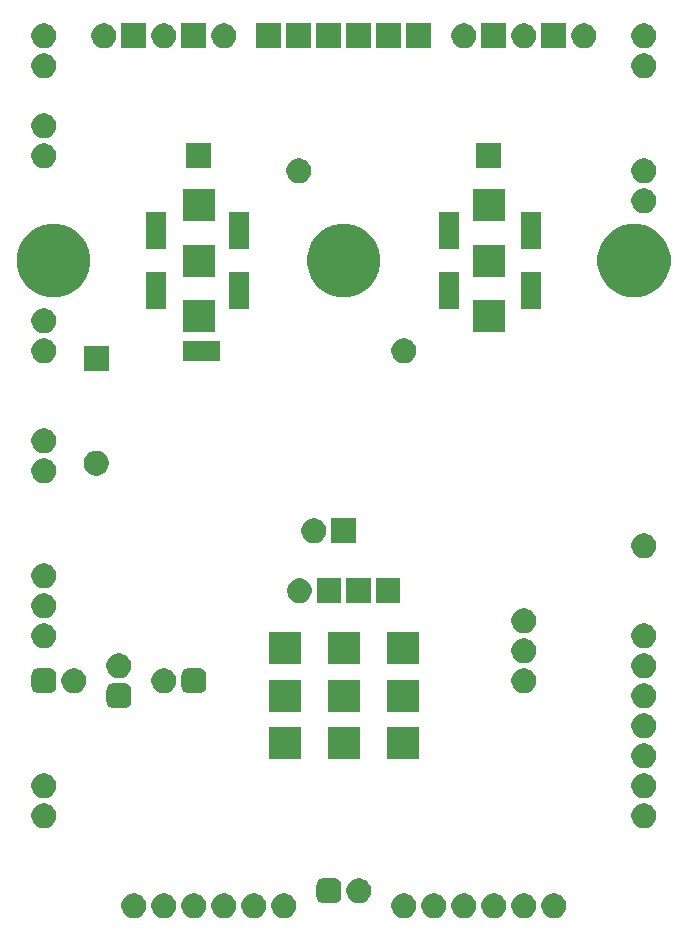
<source format=gbr>
G04 #@! TF.GenerationSoftware,KiCad,Pcbnew,5.1.6-c6e7f7d~87~ubuntu19.10.1*
G04 #@! TF.CreationDate,2023-03-21T23:34:36+06:00*
G04 #@! TF.ProjectId,little_angel_chorus_r2a,6c697474-6c65-45f6-916e-67656c5f6368,2A*
G04 #@! TF.SameCoordinates,Original*
G04 #@! TF.FileFunction,Soldermask,Bot*
G04 #@! TF.FilePolarity,Negative*
%FSLAX46Y46*%
G04 Gerber Fmt 4.6, Leading zero omitted, Abs format (unit mm)*
G04 Created by KiCad (PCBNEW 5.1.6-c6e7f7d~87~ubuntu19.10.1) date 2023-03-21 23:34:36*
%MOMM*%
%LPD*%
G01*
G04 APERTURE LIST*
%ADD10C,0.100000*%
G04 APERTURE END LIST*
D10*
G36*
X123496274Y-200920350D02*
G01*
X123687362Y-200999502D01*
X123859336Y-201114411D01*
X124005589Y-201260664D01*
X124120498Y-201432638D01*
X124199650Y-201623726D01*
X124240000Y-201826584D01*
X124240000Y-202033416D01*
X124199650Y-202236274D01*
X124120498Y-202427362D01*
X124005589Y-202599336D01*
X123859336Y-202745589D01*
X123687362Y-202860498D01*
X123496274Y-202939650D01*
X123293416Y-202980000D01*
X123086584Y-202980000D01*
X122883726Y-202939650D01*
X122692638Y-202860498D01*
X122520664Y-202745589D01*
X122374411Y-202599336D01*
X122259502Y-202427362D01*
X122180350Y-202236274D01*
X122140000Y-202033416D01*
X122140000Y-201826584D01*
X122180350Y-201623726D01*
X122259502Y-201432638D01*
X122374411Y-201260664D01*
X122520664Y-201114411D01*
X122692638Y-200999502D01*
X122883726Y-200920350D01*
X123086584Y-200880000D01*
X123293416Y-200880000D01*
X123496274Y-200920350D01*
G37*
G36*
X120956274Y-200920350D02*
G01*
X121147362Y-200999502D01*
X121319336Y-201114411D01*
X121465589Y-201260664D01*
X121580498Y-201432638D01*
X121659650Y-201623726D01*
X121700000Y-201826584D01*
X121700000Y-202033416D01*
X121659650Y-202236274D01*
X121580498Y-202427362D01*
X121465589Y-202599336D01*
X121319336Y-202745589D01*
X121147362Y-202860498D01*
X120956274Y-202939650D01*
X120753416Y-202980000D01*
X120546584Y-202980000D01*
X120343726Y-202939650D01*
X120152638Y-202860498D01*
X119980664Y-202745589D01*
X119834411Y-202599336D01*
X119719502Y-202427362D01*
X119640350Y-202236274D01*
X119600000Y-202033416D01*
X119600000Y-201826584D01*
X119640350Y-201623726D01*
X119719502Y-201432638D01*
X119834411Y-201260664D01*
X119980664Y-201114411D01*
X120152638Y-200999502D01*
X120343726Y-200920350D01*
X120546584Y-200880000D01*
X120753416Y-200880000D01*
X120956274Y-200920350D01*
G37*
G36*
X93016274Y-200920350D02*
G01*
X93207362Y-200999502D01*
X93379336Y-201114411D01*
X93525589Y-201260664D01*
X93640498Y-201432638D01*
X93719650Y-201623726D01*
X93760000Y-201826584D01*
X93760000Y-202033416D01*
X93719650Y-202236274D01*
X93640498Y-202427362D01*
X93525589Y-202599336D01*
X93379336Y-202745589D01*
X93207362Y-202860498D01*
X93016274Y-202939650D01*
X92813416Y-202980000D01*
X92606584Y-202980000D01*
X92403726Y-202939650D01*
X92212638Y-202860498D01*
X92040664Y-202745589D01*
X91894411Y-202599336D01*
X91779502Y-202427362D01*
X91700350Y-202236274D01*
X91660000Y-202033416D01*
X91660000Y-201826584D01*
X91700350Y-201623726D01*
X91779502Y-201432638D01*
X91894411Y-201260664D01*
X92040664Y-201114411D01*
X92212638Y-200999502D01*
X92403726Y-200920350D01*
X92606584Y-200880000D01*
X92813416Y-200880000D01*
X93016274Y-200920350D01*
G37*
G36*
X90476274Y-200920350D02*
G01*
X90667362Y-200999502D01*
X90839336Y-201114411D01*
X90985589Y-201260664D01*
X91100498Y-201432638D01*
X91179650Y-201623726D01*
X91220000Y-201826584D01*
X91220000Y-202033416D01*
X91179650Y-202236274D01*
X91100498Y-202427362D01*
X90985589Y-202599336D01*
X90839336Y-202745589D01*
X90667362Y-202860498D01*
X90476274Y-202939650D01*
X90273416Y-202980000D01*
X90066584Y-202980000D01*
X89863726Y-202939650D01*
X89672638Y-202860498D01*
X89500664Y-202745589D01*
X89354411Y-202599336D01*
X89239502Y-202427362D01*
X89160350Y-202236274D01*
X89120000Y-202033416D01*
X89120000Y-201826584D01*
X89160350Y-201623726D01*
X89239502Y-201432638D01*
X89354411Y-201260664D01*
X89500664Y-201114411D01*
X89672638Y-200999502D01*
X89863726Y-200920350D01*
X90066584Y-200880000D01*
X90273416Y-200880000D01*
X90476274Y-200920350D01*
G37*
G36*
X87936274Y-200920350D02*
G01*
X88127362Y-200999502D01*
X88299336Y-201114411D01*
X88445589Y-201260664D01*
X88560498Y-201432638D01*
X88639650Y-201623726D01*
X88680000Y-201826584D01*
X88680000Y-202033416D01*
X88639650Y-202236274D01*
X88560498Y-202427362D01*
X88445589Y-202599336D01*
X88299336Y-202745589D01*
X88127362Y-202860498D01*
X87936274Y-202939650D01*
X87733416Y-202980000D01*
X87526584Y-202980000D01*
X87323726Y-202939650D01*
X87132638Y-202860498D01*
X86960664Y-202745589D01*
X86814411Y-202599336D01*
X86699502Y-202427362D01*
X86620350Y-202236274D01*
X86580000Y-202033416D01*
X86580000Y-201826584D01*
X86620350Y-201623726D01*
X86699502Y-201432638D01*
X86814411Y-201260664D01*
X86960664Y-201114411D01*
X87132638Y-200999502D01*
X87323726Y-200920350D01*
X87526584Y-200880000D01*
X87733416Y-200880000D01*
X87936274Y-200920350D01*
G37*
G36*
X100636274Y-200920350D02*
G01*
X100827362Y-200999502D01*
X100999336Y-201114411D01*
X101145589Y-201260664D01*
X101260498Y-201432638D01*
X101339650Y-201623726D01*
X101380000Y-201826584D01*
X101380000Y-202033416D01*
X101339650Y-202236274D01*
X101260498Y-202427362D01*
X101145589Y-202599336D01*
X100999336Y-202745589D01*
X100827362Y-202860498D01*
X100636274Y-202939650D01*
X100433416Y-202980000D01*
X100226584Y-202980000D01*
X100023726Y-202939650D01*
X99832638Y-202860498D01*
X99660664Y-202745589D01*
X99514411Y-202599336D01*
X99399502Y-202427362D01*
X99320350Y-202236274D01*
X99280000Y-202033416D01*
X99280000Y-201826584D01*
X99320350Y-201623726D01*
X99399502Y-201432638D01*
X99514411Y-201260664D01*
X99660664Y-201114411D01*
X99832638Y-200999502D01*
X100023726Y-200920350D01*
X100226584Y-200880000D01*
X100433416Y-200880000D01*
X100636274Y-200920350D01*
G37*
G36*
X98096274Y-200920350D02*
G01*
X98287362Y-200999502D01*
X98459336Y-201114411D01*
X98605589Y-201260664D01*
X98720498Y-201432638D01*
X98799650Y-201623726D01*
X98840000Y-201826584D01*
X98840000Y-202033416D01*
X98799650Y-202236274D01*
X98720498Y-202427362D01*
X98605589Y-202599336D01*
X98459336Y-202745589D01*
X98287362Y-202860498D01*
X98096274Y-202939650D01*
X97893416Y-202980000D01*
X97686584Y-202980000D01*
X97483726Y-202939650D01*
X97292638Y-202860498D01*
X97120664Y-202745589D01*
X96974411Y-202599336D01*
X96859502Y-202427362D01*
X96780350Y-202236274D01*
X96740000Y-202033416D01*
X96740000Y-201826584D01*
X96780350Y-201623726D01*
X96859502Y-201432638D01*
X96974411Y-201260664D01*
X97120664Y-201114411D01*
X97292638Y-200999502D01*
X97483726Y-200920350D01*
X97686584Y-200880000D01*
X97893416Y-200880000D01*
X98096274Y-200920350D01*
G37*
G36*
X110796274Y-200920350D02*
G01*
X110987362Y-200999502D01*
X111159336Y-201114411D01*
X111305589Y-201260664D01*
X111420498Y-201432638D01*
X111499650Y-201623726D01*
X111540000Y-201826584D01*
X111540000Y-202033416D01*
X111499650Y-202236274D01*
X111420498Y-202427362D01*
X111305589Y-202599336D01*
X111159336Y-202745589D01*
X110987362Y-202860498D01*
X110796274Y-202939650D01*
X110593416Y-202980000D01*
X110386584Y-202980000D01*
X110183726Y-202939650D01*
X109992638Y-202860498D01*
X109820664Y-202745589D01*
X109674411Y-202599336D01*
X109559502Y-202427362D01*
X109480350Y-202236274D01*
X109440000Y-202033416D01*
X109440000Y-201826584D01*
X109480350Y-201623726D01*
X109559502Y-201432638D01*
X109674411Y-201260664D01*
X109820664Y-201114411D01*
X109992638Y-200999502D01*
X110183726Y-200920350D01*
X110386584Y-200880000D01*
X110593416Y-200880000D01*
X110796274Y-200920350D01*
G37*
G36*
X113336274Y-200920350D02*
G01*
X113527362Y-200999502D01*
X113699336Y-201114411D01*
X113845589Y-201260664D01*
X113960498Y-201432638D01*
X114039650Y-201623726D01*
X114080000Y-201826584D01*
X114080000Y-202033416D01*
X114039650Y-202236274D01*
X113960498Y-202427362D01*
X113845589Y-202599336D01*
X113699336Y-202745589D01*
X113527362Y-202860498D01*
X113336274Y-202939650D01*
X113133416Y-202980000D01*
X112926584Y-202980000D01*
X112723726Y-202939650D01*
X112532638Y-202860498D01*
X112360664Y-202745589D01*
X112214411Y-202599336D01*
X112099502Y-202427362D01*
X112020350Y-202236274D01*
X111980000Y-202033416D01*
X111980000Y-201826584D01*
X112020350Y-201623726D01*
X112099502Y-201432638D01*
X112214411Y-201260664D01*
X112360664Y-201114411D01*
X112532638Y-200999502D01*
X112723726Y-200920350D01*
X112926584Y-200880000D01*
X113133416Y-200880000D01*
X113336274Y-200920350D01*
G37*
G36*
X115876274Y-200920350D02*
G01*
X116067362Y-200999502D01*
X116239336Y-201114411D01*
X116385589Y-201260664D01*
X116500498Y-201432638D01*
X116579650Y-201623726D01*
X116620000Y-201826584D01*
X116620000Y-202033416D01*
X116579650Y-202236274D01*
X116500498Y-202427362D01*
X116385589Y-202599336D01*
X116239336Y-202745589D01*
X116067362Y-202860498D01*
X115876274Y-202939650D01*
X115673416Y-202980000D01*
X115466584Y-202980000D01*
X115263726Y-202939650D01*
X115072638Y-202860498D01*
X114900664Y-202745589D01*
X114754411Y-202599336D01*
X114639502Y-202427362D01*
X114560350Y-202236274D01*
X114520000Y-202033416D01*
X114520000Y-201826584D01*
X114560350Y-201623726D01*
X114639502Y-201432638D01*
X114754411Y-201260664D01*
X114900664Y-201114411D01*
X115072638Y-200999502D01*
X115263726Y-200920350D01*
X115466584Y-200880000D01*
X115673416Y-200880000D01*
X115876274Y-200920350D01*
G37*
G36*
X118416274Y-200920350D02*
G01*
X118607362Y-200999502D01*
X118779336Y-201114411D01*
X118925589Y-201260664D01*
X119040498Y-201432638D01*
X119119650Y-201623726D01*
X119160000Y-201826584D01*
X119160000Y-202033416D01*
X119119650Y-202236274D01*
X119040498Y-202427362D01*
X118925589Y-202599336D01*
X118779336Y-202745589D01*
X118607362Y-202860498D01*
X118416274Y-202939650D01*
X118213416Y-202980000D01*
X118006584Y-202980000D01*
X117803726Y-202939650D01*
X117612638Y-202860498D01*
X117440664Y-202745589D01*
X117294411Y-202599336D01*
X117179502Y-202427362D01*
X117100350Y-202236274D01*
X117060000Y-202033416D01*
X117060000Y-201826584D01*
X117100350Y-201623726D01*
X117179502Y-201432638D01*
X117294411Y-201260664D01*
X117440664Y-201114411D01*
X117612638Y-200999502D01*
X117803726Y-200920350D01*
X118006584Y-200880000D01*
X118213416Y-200880000D01*
X118416274Y-200920350D01*
G37*
G36*
X95556274Y-200920350D02*
G01*
X95747362Y-200999502D01*
X95919336Y-201114411D01*
X96065589Y-201260664D01*
X96180498Y-201432638D01*
X96259650Y-201623726D01*
X96300000Y-201826584D01*
X96300000Y-202033416D01*
X96259650Y-202236274D01*
X96180498Y-202427362D01*
X96065589Y-202599336D01*
X95919336Y-202745589D01*
X95747362Y-202860498D01*
X95556274Y-202939650D01*
X95353416Y-202980000D01*
X95146584Y-202980000D01*
X94943726Y-202939650D01*
X94752638Y-202860498D01*
X94580664Y-202745589D01*
X94434411Y-202599336D01*
X94319502Y-202427362D01*
X94240350Y-202236274D01*
X94200000Y-202033416D01*
X94200000Y-201826584D01*
X94240350Y-201623726D01*
X94319502Y-201432638D01*
X94434411Y-201260664D01*
X94580664Y-201114411D01*
X94752638Y-200999502D01*
X94943726Y-200920350D01*
X95146584Y-200880000D01*
X95353416Y-200880000D01*
X95556274Y-200920350D01*
G37*
G36*
X104715007Y-199621811D02*
G01*
X104825599Y-199655358D01*
X104927517Y-199709834D01*
X105016851Y-199783149D01*
X105090166Y-199872483D01*
X105144642Y-199974401D01*
X105178189Y-200084993D01*
X105190000Y-200204908D01*
X105190000Y-201115092D01*
X105178189Y-201235007D01*
X105144642Y-201345599D01*
X105090166Y-201447517D01*
X105016851Y-201536851D01*
X104927517Y-201610166D01*
X104825599Y-201664642D01*
X104715007Y-201698189D01*
X104595092Y-201710000D01*
X103684908Y-201710000D01*
X103564993Y-201698189D01*
X103454401Y-201664642D01*
X103352483Y-201610166D01*
X103263149Y-201536851D01*
X103189834Y-201447517D01*
X103135358Y-201345599D01*
X103101811Y-201235007D01*
X103090000Y-201115092D01*
X103090000Y-200204908D01*
X103101811Y-200084993D01*
X103135358Y-199974401D01*
X103189834Y-199872483D01*
X103263149Y-199783149D01*
X103352483Y-199709834D01*
X103454401Y-199655358D01*
X103564993Y-199621811D01*
X103684908Y-199610000D01*
X104595092Y-199610000D01*
X104715007Y-199621811D01*
G37*
G36*
X106986274Y-199650350D02*
G01*
X107177362Y-199729502D01*
X107349336Y-199844411D01*
X107495589Y-199990664D01*
X107610498Y-200162638D01*
X107689650Y-200353726D01*
X107730000Y-200556584D01*
X107730000Y-200763416D01*
X107689650Y-200966274D01*
X107610498Y-201157362D01*
X107495589Y-201329336D01*
X107349336Y-201475589D01*
X107177362Y-201590498D01*
X106986274Y-201669650D01*
X106783416Y-201710000D01*
X106576584Y-201710000D01*
X106373726Y-201669650D01*
X106182638Y-201590498D01*
X106010664Y-201475589D01*
X105864411Y-201329336D01*
X105749502Y-201157362D01*
X105670350Y-200966274D01*
X105630000Y-200763416D01*
X105630000Y-200556584D01*
X105670350Y-200353726D01*
X105749502Y-200162638D01*
X105864411Y-199990664D01*
X106010664Y-199844411D01*
X106182638Y-199729502D01*
X106373726Y-199650350D01*
X106576584Y-199610000D01*
X106783416Y-199610000D01*
X106986274Y-199650350D01*
G37*
G36*
X80316274Y-193300350D02*
G01*
X80507362Y-193379502D01*
X80679336Y-193494411D01*
X80825589Y-193640664D01*
X80940498Y-193812638D01*
X81019650Y-194003726D01*
X81060000Y-194206584D01*
X81060000Y-194413416D01*
X81019650Y-194616274D01*
X80940498Y-194807362D01*
X80825589Y-194979336D01*
X80679336Y-195125589D01*
X80507362Y-195240498D01*
X80316274Y-195319650D01*
X80113416Y-195360000D01*
X79906584Y-195360000D01*
X79703726Y-195319650D01*
X79512638Y-195240498D01*
X79340664Y-195125589D01*
X79194411Y-194979336D01*
X79079502Y-194807362D01*
X79000350Y-194616274D01*
X78960000Y-194413416D01*
X78960000Y-194206584D01*
X79000350Y-194003726D01*
X79079502Y-193812638D01*
X79194411Y-193640664D01*
X79340664Y-193494411D01*
X79512638Y-193379502D01*
X79703726Y-193300350D01*
X79906584Y-193260000D01*
X80113416Y-193260000D01*
X80316274Y-193300350D01*
G37*
G36*
X131116274Y-193300350D02*
G01*
X131307362Y-193379502D01*
X131479336Y-193494411D01*
X131625589Y-193640664D01*
X131740498Y-193812638D01*
X131819650Y-194003726D01*
X131860000Y-194206584D01*
X131860000Y-194413416D01*
X131819650Y-194616274D01*
X131740498Y-194807362D01*
X131625589Y-194979336D01*
X131479336Y-195125589D01*
X131307362Y-195240498D01*
X131116274Y-195319650D01*
X130913416Y-195360000D01*
X130706584Y-195360000D01*
X130503726Y-195319650D01*
X130312638Y-195240498D01*
X130140664Y-195125589D01*
X129994411Y-194979336D01*
X129879502Y-194807362D01*
X129800350Y-194616274D01*
X129760000Y-194413416D01*
X129760000Y-194206584D01*
X129800350Y-194003726D01*
X129879502Y-193812638D01*
X129994411Y-193640664D01*
X130140664Y-193494411D01*
X130312638Y-193379502D01*
X130503726Y-193300350D01*
X130706584Y-193260000D01*
X130913416Y-193260000D01*
X131116274Y-193300350D01*
G37*
G36*
X131116274Y-190760350D02*
G01*
X131307362Y-190839502D01*
X131479336Y-190954411D01*
X131625589Y-191100664D01*
X131740498Y-191272638D01*
X131819650Y-191463726D01*
X131860000Y-191666584D01*
X131860000Y-191873416D01*
X131819650Y-192076274D01*
X131740498Y-192267362D01*
X131625589Y-192439336D01*
X131479336Y-192585589D01*
X131307362Y-192700498D01*
X131116274Y-192779650D01*
X130913416Y-192820000D01*
X130706584Y-192820000D01*
X130503726Y-192779650D01*
X130312638Y-192700498D01*
X130140664Y-192585589D01*
X129994411Y-192439336D01*
X129879502Y-192267362D01*
X129800350Y-192076274D01*
X129760000Y-191873416D01*
X129760000Y-191666584D01*
X129800350Y-191463726D01*
X129879502Y-191272638D01*
X129994411Y-191100664D01*
X130140664Y-190954411D01*
X130312638Y-190839502D01*
X130503726Y-190760350D01*
X130706584Y-190720000D01*
X130913416Y-190720000D01*
X131116274Y-190760350D01*
G37*
G36*
X80316274Y-190760350D02*
G01*
X80507362Y-190839502D01*
X80679336Y-190954411D01*
X80825589Y-191100664D01*
X80940498Y-191272638D01*
X81019650Y-191463726D01*
X81060000Y-191666584D01*
X81060000Y-191873416D01*
X81019650Y-192076274D01*
X80940498Y-192267362D01*
X80825589Y-192439336D01*
X80679336Y-192585589D01*
X80507362Y-192700498D01*
X80316274Y-192779650D01*
X80113416Y-192820000D01*
X79906584Y-192820000D01*
X79703726Y-192779650D01*
X79512638Y-192700498D01*
X79340664Y-192585589D01*
X79194411Y-192439336D01*
X79079502Y-192267362D01*
X79000350Y-192076274D01*
X78960000Y-191873416D01*
X78960000Y-191666584D01*
X79000350Y-191463726D01*
X79079502Y-191272638D01*
X79194411Y-191100664D01*
X79340664Y-190954411D01*
X79512638Y-190839502D01*
X79703726Y-190760350D01*
X79906584Y-190720000D01*
X80113416Y-190720000D01*
X80316274Y-190760350D01*
G37*
G36*
X131116274Y-188220350D02*
G01*
X131307362Y-188299502D01*
X131479336Y-188414411D01*
X131625589Y-188560664D01*
X131740498Y-188732638D01*
X131819650Y-188923726D01*
X131860000Y-189126584D01*
X131860000Y-189333416D01*
X131819650Y-189536274D01*
X131740498Y-189727362D01*
X131625589Y-189899336D01*
X131479336Y-190045589D01*
X131307362Y-190160498D01*
X131116274Y-190239650D01*
X130913416Y-190280000D01*
X130706584Y-190280000D01*
X130503726Y-190239650D01*
X130312638Y-190160498D01*
X130140664Y-190045589D01*
X129994411Y-189899336D01*
X129879502Y-189727362D01*
X129800350Y-189536274D01*
X129760000Y-189333416D01*
X129760000Y-189126584D01*
X129800350Y-188923726D01*
X129879502Y-188732638D01*
X129994411Y-188560664D01*
X130140664Y-188414411D01*
X130312638Y-188299502D01*
X130503726Y-188220350D01*
X130706584Y-188180000D01*
X130913416Y-188180000D01*
X131116274Y-188220350D01*
G37*
G36*
X101760000Y-189500000D02*
G01*
X99060000Y-189500000D01*
X99060000Y-186800000D01*
X101760000Y-186800000D01*
X101760000Y-189500000D01*
G37*
G36*
X106760000Y-189500000D02*
G01*
X104060000Y-189500000D01*
X104060000Y-186800000D01*
X106760000Y-186800000D01*
X106760000Y-189500000D01*
G37*
G36*
X111760000Y-189500000D02*
G01*
X109060000Y-189500000D01*
X109060000Y-186800000D01*
X111760000Y-186800000D01*
X111760000Y-189500000D01*
G37*
G36*
X131116274Y-185680350D02*
G01*
X131307362Y-185759502D01*
X131479336Y-185874411D01*
X131625589Y-186020664D01*
X131740498Y-186192638D01*
X131819650Y-186383726D01*
X131860000Y-186586584D01*
X131860000Y-186793416D01*
X131819650Y-186996274D01*
X131740498Y-187187362D01*
X131625589Y-187359336D01*
X131479336Y-187505589D01*
X131307362Y-187620498D01*
X131116274Y-187699650D01*
X130913416Y-187740000D01*
X130706584Y-187740000D01*
X130503726Y-187699650D01*
X130312638Y-187620498D01*
X130140664Y-187505589D01*
X129994411Y-187359336D01*
X129879502Y-187187362D01*
X129800350Y-186996274D01*
X129760000Y-186793416D01*
X129760000Y-186586584D01*
X129800350Y-186383726D01*
X129879502Y-186192638D01*
X129994411Y-186020664D01*
X130140664Y-185874411D01*
X130312638Y-185759502D01*
X130503726Y-185680350D01*
X130706584Y-185640000D01*
X130913416Y-185640000D01*
X131116274Y-185680350D01*
G37*
G36*
X106760000Y-185500000D02*
G01*
X104060000Y-185500000D01*
X104060000Y-182800000D01*
X106760000Y-182800000D01*
X106760000Y-185500000D01*
G37*
G36*
X101760000Y-185500000D02*
G01*
X99060000Y-185500000D01*
X99060000Y-182800000D01*
X101760000Y-182800000D01*
X101760000Y-185500000D01*
G37*
G36*
X111760000Y-185500000D02*
G01*
X109060000Y-185500000D01*
X109060000Y-182800000D01*
X111760000Y-182800000D01*
X111760000Y-185500000D01*
G37*
G36*
X131116274Y-183140350D02*
G01*
X131307362Y-183219502D01*
X131479336Y-183334411D01*
X131625589Y-183480664D01*
X131740498Y-183652638D01*
X131819650Y-183843726D01*
X131860000Y-184046584D01*
X131860000Y-184253416D01*
X131819650Y-184456274D01*
X131740498Y-184647362D01*
X131625589Y-184819336D01*
X131479336Y-184965589D01*
X131307362Y-185080498D01*
X131116274Y-185159650D01*
X130913416Y-185200000D01*
X130706584Y-185200000D01*
X130503726Y-185159650D01*
X130312638Y-185080498D01*
X130140664Y-184965589D01*
X129994411Y-184819336D01*
X129879502Y-184647362D01*
X129800350Y-184456274D01*
X129760000Y-184253416D01*
X129760000Y-184046584D01*
X129800350Y-183843726D01*
X129879502Y-183652638D01*
X129994411Y-183480664D01*
X130140664Y-183334411D01*
X130312638Y-183219502D01*
X130503726Y-183140350D01*
X130706584Y-183100000D01*
X130913416Y-183100000D01*
X131116274Y-183140350D01*
G37*
G36*
X86935007Y-183111811D02*
G01*
X87045599Y-183145358D01*
X87147517Y-183199834D01*
X87236851Y-183273149D01*
X87310166Y-183362483D01*
X87364642Y-183464401D01*
X87398189Y-183574993D01*
X87410000Y-183694908D01*
X87410000Y-184605092D01*
X87398189Y-184725007D01*
X87364642Y-184835599D01*
X87310166Y-184937517D01*
X87236851Y-185026851D01*
X87147517Y-185100166D01*
X87045599Y-185154642D01*
X86935007Y-185188189D01*
X86815092Y-185200000D01*
X85904908Y-185200000D01*
X85784993Y-185188189D01*
X85674401Y-185154642D01*
X85572483Y-185100166D01*
X85483149Y-185026851D01*
X85409834Y-184937517D01*
X85355358Y-184835599D01*
X85321811Y-184725007D01*
X85310000Y-184605092D01*
X85310000Y-183694908D01*
X85321811Y-183574993D01*
X85355358Y-183464401D01*
X85409834Y-183362483D01*
X85483149Y-183273149D01*
X85572483Y-183199834D01*
X85674401Y-183145358D01*
X85784993Y-183111811D01*
X85904908Y-183100000D01*
X86815092Y-183100000D01*
X86935007Y-183111811D01*
G37*
G36*
X80585007Y-181841811D02*
G01*
X80695599Y-181875358D01*
X80797517Y-181929834D01*
X80886851Y-182003149D01*
X80960166Y-182092483D01*
X81014642Y-182194401D01*
X81048189Y-182304993D01*
X81060000Y-182424908D01*
X81060000Y-183335092D01*
X81048189Y-183455007D01*
X81014642Y-183565599D01*
X80960166Y-183667517D01*
X80886851Y-183756851D01*
X80797517Y-183830166D01*
X80695599Y-183884642D01*
X80585007Y-183918189D01*
X80465092Y-183930000D01*
X79554908Y-183930000D01*
X79434993Y-183918189D01*
X79324401Y-183884642D01*
X79222483Y-183830166D01*
X79133149Y-183756851D01*
X79059834Y-183667517D01*
X79005358Y-183565599D01*
X78971811Y-183455007D01*
X78960000Y-183335092D01*
X78960000Y-182424908D01*
X78971811Y-182304993D01*
X79005358Y-182194401D01*
X79059834Y-182092483D01*
X79133149Y-182003149D01*
X79222483Y-181929834D01*
X79324401Y-181875358D01*
X79434993Y-181841811D01*
X79554908Y-181830000D01*
X80465092Y-181830000D01*
X80585007Y-181841811D01*
G37*
G36*
X120956274Y-181870350D02*
G01*
X121147362Y-181949502D01*
X121319336Y-182064411D01*
X121465589Y-182210664D01*
X121580498Y-182382638D01*
X121659650Y-182573726D01*
X121700000Y-182776584D01*
X121700000Y-182983416D01*
X121659650Y-183186274D01*
X121580498Y-183377362D01*
X121465589Y-183549336D01*
X121319336Y-183695589D01*
X121147362Y-183810498D01*
X120956274Y-183889650D01*
X120753416Y-183930000D01*
X120546584Y-183930000D01*
X120343726Y-183889650D01*
X120152638Y-183810498D01*
X119980664Y-183695589D01*
X119834411Y-183549336D01*
X119719502Y-183377362D01*
X119640350Y-183186274D01*
X119600000Y-182983416D01*
X119600000Y-182776584D01*
X119640350Y-182573726D01*
X119719502Y-182382638D01*
X119834411Y-182210664D01*
X119980664Y-182064411D01*
X120152638Y-181949502D01*
X120343726Y-181870350D01*
X120546584Y-181830000D01*
X120753416Y-181830000D01*
X120956274Y-181870350D01*
G37*
G36*
X90476274Y-181870350D02*
G01*
X90667362Y-181949502D01*
X90839336Y-182064411D01*
X90985589Y-182210664D01*
X91100498Y-182382638D01*
X91179650Y-182573726D01*
X91220000Y-182776584D01*
X91220000Y-182983416D01*
X91179650Y-183186274D01*
X91100498Y-183377362D01*
X90985589Y-183549336D01*
X90839336Y-183695589D01*
X90667362Y-183810498D01*
X90476274Y-183889650D01*
X90273416Y-183930000D01*
X90066584Y-183930000D01*
X89863726Y-183889650D01*
X89672638Y-183810498D01*
X89500664Y-183695589D01*
X89354411Y-183549336D01*
X89239502Y-183377362D01*
X89160350Y-183186274D01*
X89120000Y-182983416D01*
X89120000Y-182776584D01*
X89160350Y-182573726D01*
X89239502Y-182382638D01*
X89354411Y-182210664D01*
X89500664Y-182064411D01*
X89672638Y-181949502D01*
X89863726Y-181870350D01*
X90066584Y-181830000D01*
X90273416Y-181830000D01*
X90476274Y-181870350D01*
G37*
G36*
X82856274Y-181870350D02*
G01*
X83047362Y-181949502D01*
X83219336Y-182064411D01*
X83365589Y-182210664D01*
X83480498Y-182382638D01*
X83559650Y-182573726D01*
X83600000Y-182776584D01*
X83600000Y-182983416D01*
X83559650Y-183186274D01*
X83480498Y-183377362D01*
X83365589Y-183549336D01*
X83219336Y-183695589D01*
X83047362Y-183810498D01*
X82856274Y-183889650D01*
X82653416Y-183930000D01*
X82446584Y-183930000D01*
X82243726Y-183889650D01*
X82052638Y-183810498D01*
X81880664Y-183695589D01*
X81734411Y-183549336D01*
X81619502Y-183377362D01*
X81540350Y-183186274D01*
X81500000Y-182983416D01*
X81500000Y-182776584D01*
X81540350Y-182573726D01*
X81619502Y-182382638D01*
X81734411Y-182210664D01*
X81880664Y-182064411D01*
X82052638Y-181949502D01*
X82243726Y-181870350D01*
X82446584Y-181830000D01*
X82653416Y-181830000D01*
X82856274Y-181870350D01*
G37*
G36*
X93285007Y-181841811D02*
G01*
X93395599Y-181875358D01*
X93497517Y-181929834D01*
X93586851Y-182003149D01*
X93660166Y-182092483D01*
X93714642Y-182194401D01*
X93748189Y-182304993D01*
X93760000Y-182424908D01*
X93760000Y-183335092D01*
X93748189Y-183455007D01*
X93714642Y-183565599D01*
X93660166Y-183667517D01*
X93586851Y-183756851D01*
X93497517Y-183830166D01*
X93395599Y-183884642D01*
X93285007Y-183918189D01*
X93165092Y-183930000D01*
X92254908Y-183930000D01*
X92134993Y-183918189D01*
X92024401Y-183884642D01*
X91922483Y-183830166D01*
X91833149Y-183756851D01*
X91759834Y-183667517D01*
X91705358Y-183565599D01*
X91671811Y-183455007D01*
X91660000Y-183335092D01*
X91660000Y-182424908D01*
X91671811Y-182304993D01*
X91705358Y-182194401D01*
X91759834Y-182092483D01*
X91833149Y-182003149D01*
X91922483Y-181929834D01*
X92024401Y-181875358D01*
X92134993Y-181841811D01*
X92254908Y-181830000D01*
X93165092Y-181830000D01*
X93285007Y-181841811D01*
G37*
G36*
X86666274Y-180600350D02*
G01*
X86857362Y-180679502D01*
X87029336Y-180794411D01*
X87175589Y-180940664D01*
X87290498Y-181112638D01*
X87369650Y-181303726D01*
X87410000Y-181506584D01*
X87410000Y-181713416D01*
X87369650Y-181916274D01*
X87290498Y-182107362D01*
X87175589Y-182279336D01*
X87029336Y-182425589D01*
X86857362Y-182540498D01*
X86666274Y-182619650D01*
X86463416Y-182660000D01*
X86256584Y-182660000D01*
X86053726Y-182619650D01*
X85862638Y-182540498D01*
X85690664Y-182425589D01*
X85544411Y-182279336D01*
X85429502Y-182107362D01*
X85350350Y-181916274D01*
X85310000Y-181713416D01*
X85310000Y-181506584D01*
X85350350Y-181303726D01*
X85429502Y-181112638D01*
X85544411Y-180940664D01*
X85690664Y-180794411D01*
X85862638Y-180679502D01*
X86053726Y-180600350D01*
X86256584Y-180560000D01*
X86463416Y-180560000D01*
X86666274Y-180600350D01*
G37*
G36*
X131116274Y-180600350D02*
G01*
X131307362Y-180679502D01*
X131479336Y-180794411D01*
X131625589Y-180940664D01*
X131740498Y-181112638D01*
X131819650Y-181303726D01*
X131860000Y-181506584D01*
X131860000Y-181713416D01*
X131819650Y-181916274D01*
X131740498Y-182107362D01*
X131625589Y-182279336D01*
X131479336Y-182425589D01*
X131307362Y-182540498D01*
X131116274Y-182619650D01*
X130913416Y-182660000D01*
X130706584Y-182660000D01*
X130503726Y-182619650D01*
X130312638Y-182540498D01*
X130140664Y-182425589D01*
X129994411Y-182279336D01*
X129879502Y-182107362D01*
X129800350Y-181916274D01*
X129760000Y-181713416D01*
X129760000Y-181506584D01*
X129800350Y-181303726D01*
X129879502Y-181112638D01*
X129994411Y-180940664D01*
X130140664Y-180794411D01*
X130312638Y-180679502D01*
X130503726Y-180600350D01*
X130706584Y-180560000D01*
X130913416Y-180560000D01*
X131116274Y-180600350D01*
G37*
G36*
X111760000Y-181500000D02*
G01*
X109060000Y-181500000D01*
X109060000Y-178800000D01*
X111760000Y-178800000D01*
X111760000Y-181500000D01*
G37*
G36*
X106760000Y-181500000D02*
G01*
X104060000Y-181500000D01*
X104060000Y-178800000D01*
X106760000Y-178800000D01*
X106760000Y-181500000D01*
G37*
G36*
X101760000Y-181500000D02*
G01*
X99060000Y-181500000D01*
X99060000Y-178800000D01*
X101760000Y-178800000D01*
X101760000Y-181500000D01*
G37*
G36*
X120956274Y-179330350D02*
G01*
X121147362Y-179409502D01*
X121319336Y-179524411D01*
X121465589Y-179670664D01*
X121580498Y-179842638D01*
X121659650Y-180033726D01*
X121700000Y-180236584D01*
X121700000Y-180443416D01*
X121659650Y-180646274D01*
X121580498Y-180837362D01*
X121465589Y-181009336D01*
X121319336Y-181155589D01*
X121147362Y-181270498D01*
X120956274Y-181349650D01*
X120753416Y-181390000D01*
X120546584Y-181390000D01*
X120343726Y-181349650D01*
X120152638Y-181270498D01*
X119980664Y-181155589D01*
X119834411Y-181009336D01*
X119719502Y-180837362D01*
X119640350Y-180646274D01*
X119600000Y-180443416D01*
X119600000Y-180236584D01*
X119640350Y-180033726D01*
X119719502Y-179842638D01*
X119834411Y-179670664D01*
X119980664Y-179524411D01*
X120152638Y-179409502D01*
X120343726Y-179330350D01*
X120546584Y-179290000D01*
X120753416Y-179290000D01*
X120956274Y-179330350D01*
G37*
G36*
X80316274Y-178060350D02*
G01*
X80507362Y-178139502D01*
X80679336Y-178254411D01*
X80825589Y-178400664D01*
X80940498Y-178572638D01*
X81019650Y-178763726D01*
X81060000Y-178966584D01*
X81060000Y-179173416D01*
X81019650Y-179376274D01*
X80940498Y-179567362D01*
X80825589Y-179739336D01*
X80679336Y-179885589D01*
X80507362Y-180000498D01*
X80316274Y-180079650D01*
X80113416Y-180120000D01*
X79906584Y-180120000D01*
X79703726Y-180079650D01*
X79512638Y-180000498D01*
X79340664Y-179885589D01*
X79194411Y-179739336D01*
X79079502Y-179567362D01*
X79000350Y-179376274D01*
X78960000Y-179173416D01*
X78960000Y-178966584D01*
X79000350Y-178763726D01*
X79079502Y-178572638D01*
X79194411Y-178400664D01*
X79340664Y-178254411D01*
X79512638Y-178139502D01*
X79703726Y-178060350D01*
X79906584Y-178020000D01*
X80113416Y-178020000D01*
X80316274Y-178060350D01*
G37*
G36*
X131116274Y-178060350D02*
G01*
X131307362Y-178139502D01*
X131479336Y-178254411D01*
X131625589Y-178400664D01*
X131740498Y-178572638D01*
X131819650Y-178763726D01*
X131860000Y-178966584D01*
X131860000Y-179173416D01*
X131819650Y-179376274D01*
X131740498Y-179567362D01*
X131625589Y-179739336D01*
X131479336Y-179885589D01*
X131307362Y-180000498D01*
X131116274Y-180079650D01*
X130913416Y-180120000D01*
X130706584Y-180120000D01*
X130503726Y-180079650D01*
X130312638Y-180000498D01*
X130140664Y-179885589D01*
X129994411Y-179739336D01*
X129879502Y-179567362D01*
X129800350Y-179376274D01*
X129760000Y-179173416D01*
X129760000Y-178966584D01*
X129800350Y-178763726D01*
X129879502Y-178572638D01*
X129994411Y-178400664D01*
X130140664Y-178254411D01*
X130312638Y-178139502D01*
X130503726Y-178060350D01*
X130706584Y-178020000D01*
X130913416Y-178020000D01*
X131116274Y-178060350D01*
G37*
G36*
X120956274Y-176790350D02*
G01*
X121147362Y-176869502D01*
X121319336Y-176984411D01*
X121465589Y-177130664D01*
X121580498Y-177302638D01*
X121659650Y-177493726D01*
X121700000Y-177696584D01*
X121700000Y-177903416D01*
X121659650Y-178106274D01*
X121580498Y-178297362D01*
X121465589Y-178469336D01*
X121319336Y-178615589D01*
X121147362Y-178730498D01*
X120956274Y-178809650D01*
X120753416Y-178850000D01*
X120546584Y-178850000D01*
X120343726Y-178809650D01*
X120152638Y-178730498D01*
X119980664Y-178615589D01*
X119834411Y-178469336D01*
X119719502Y-178297362D01*
X119640350Y-178106274D01*
X119600000Y-177903416D01*
X119600000Y-177696584D01*
X119640350Y-177493726D01*
X119719502Y-177302638D01*
X119834411Y-177130664D01*
X119980664Y-176984411D01*
X120152638Y-176869502D01*
X120343726Y-176790350D01*
X120546584Y-176750000D01*
X120753416Y-176750000D01*
X120956274Y-176790350D01*
G37*
G36*
X80316274Y-175520350D02*
G01*
X80507362Y-175599502D01*
X80679336Y-175714411D01*
X80825589Y-175860664D01*
X80940498Y-176032638D01*
X81019650Y-176223726D01*
X81060000Y-176426584D01*
X81060000Y-176633416D01*
X81019650Y-176836274D01*
X80940498Y-177027362D01*
X80825589Y-177199336D01*
X80679336Y-177345589D01*
X80507362Y-177460498D01*
X80316274Y-177539650D01*
X80113416Y-177580000D01*
X79906584Y-177580000D01*
X79703726Y-177539650D01*
X79512638Y-177460498D01*
X79340664Y-177345589D01*
X79194411Y-177199336D01*
X79079502Y-177027362D01*
X79000350Y-176836274D01*
X78960000Y-176633416D01*
X78960000Y-176426584D01*
X79000350Y-176223726D01*
X79079502Y-176032638D01*
X79194411Y-175860664D01*
X79340664Y-175714411D01*
X79512638Y-175599502D01*
X79703726Y-175520350D01*
X79906584Y-175480000D01*
X80113416Y-175480000D01*
X80316274Y-175520350D01*
G37*
G36*
X105210000Y-176310000D02*
G01*
X103110000Y-176310000D01*
X103110000Y-174210000D01*
X105210000Y-174210000D01*
X105210000Y-176310000D01*
G37*
G36*
X107710000Y-176310000D02*
G01*
X105610000Y-176310000D01*
X105610000Y-174210000D01*
X107710000Y-174210000D01*
X107710000Y-176310000D01*
G37*
G36*
X110210000Y-176310000D02*
G01*
X108110000Y-176310000D01*
X108110000Y-174210000D01*
X110210000Y-174210000D01*
X110210000Y-176310000D01*
G37*
G36*
X101966274Y-174250350D02*
G01*
X102157362Y-174329502D01*
X102329336Y-174444411D01*
X102475589Y-174590664D01*
X102590498Y-174762638D01*
X102669650Y-174953726D01*
X102710000Y-175156584D01*
X102710000Y-175363416D01*
X102669650Y-175566274D01*
X102590498Y-175757362D01*
X102475589Y-175929336D01*
X102329336Y-176075589D01*
X102157362Y-176190498D01*
X101966274Y-176269650D01*
X101763416Y-176310000D01*
X101556584Y-176310000D01*
X101353726Y-176269650D01*
X101162638Y-176190498D01*
X100990664Y-176075589D01*
X100844411Y-175929336D01*
X100729502Y-175757362D01*
X100650350Y-175566274D01*
X100610000Y-175363416D01*
X100610000Y-175156584D01*
X100650350Y-174953726D01*
X100729502Y-174762638D01*
X100844411Y-174590664D01*
X100990664Y-174444411D01*
X101162638Y-174329502D01*
X101353726Y-174250350D01*
X101556584Y-174210000D01*
X101763416Y-174210000D01*
X101966274Y-174250350D01*
G37*
G36*
X80316274Y-172980350D02*
G01*
X80507362Y-173059502D01*
X80679336Y-173174411D01*
X80825589Y-173320664D01*
X80940498Y-173492638D01*
X81019650Y-173683726D01*
X81060000Y-173886584D01*
X81060000Y-174093416D01*
X81019650Y-174296274D01*
X80940498Y-174487362D01*
X80825589Y-174659336D01*
X80679336Y-174805589D01*
X80507362Y-174920498D01*
X80316274Y-174999650D01*
X80113416Y-175040000D01*
X79906584Y-175040000D01*
X79703726Y-174999650D01*
X79512638Y-174920498D01*
X79340664Y-174805589D01*
X79194411Y-174659336D01*
X79079502Y-174487362D01*
X79000350Y-174296274D01*
X78960000Y-174093416D01*
X78960000Y-173886584D01*
X79000350Y-173683726D01*
X79079502Y-173492638D01*
X79194411Y-173320664D01*
X79340664Y-173174411D01*
X79512638Y-173059502D01*
X79703726Y-172980350D01*
X79906584Y-172940000D01*
X80113416Y-172940000D01*
X80316274Y-172980350D01*
G37*
G36*
X131116274Y-170440350D02*
G01*
X131307362Y-170519502D01*
X131479336Y-170634411D01*
X131625589Y-170780664D01*
X131740498Y-170952638D01*
X131819650Y-171143726D01*
X131860000Y-171346584D01*
X131860000Y-171553416D01*
X131819650Y-171756274D01*
X131740498Y-171947362D01*
X131625589Y-172119336D01*
X131479336Y-172265589D01*
X131307362Y-172380498D01*
X131116274Y-172459650D01*
X130913416Y-172500000D01*
X130706584Y-172500000D01*
X130503726Y-172459650D01*
X130312638Y-172380498D01*
X130140664Y-172265589D01*
X129994411Y-172119336D01*
X129879502Y-171947362D01*
X129800350Y-171756274D01*
X129760000Y-171553416D01*
X129760000Y-171346584D01*
X129800350Y-171143726D01*
X129879502Y-170952638D01*
X129994411Y-170780664D01*
X130140664Y-170634411D01*
X130312638Y-170519502D01*
X130503726Y-170440350D01*
X130706584Y-170400000D01*
X130913416Y-170400000D01*
X131116274Y-170440350D01*
G37*
G36*
X106460000Y-171230000D02*
G01*
X104360000Y-171230000D01*
X104360000Y-169130000D01*
X106460000Y-169130000D01*
X106460000Y-171230000D01*
G37*
G36*
X103176274Y-169170350D02*
G01*
X103367362Y-169249502D01*
X103539336Y-169364411D01*
X103685589Y-169510664D01*
X103800498Y-169682638D01*
X103879650Y-169873726D01*
X103920000Y-170076584D01*
X103920000Y-170283416D01*
X103879650Y-170486274D01*
X103800498Y-170677362D01*
X103685589Y-170849336D01*
X103539336Y-170995589D01*
X103367362Y-171110498D01*
X103176274Y-171189650D01*
X102973416Y-171230000D01*
X102766584Y-171230000D01*
X102563726Y-171189650D01*
X102372638Y-171110498D01*
X102200664Y-170995589D01*
X102054411Y-170849336D01*
X101939502Y-170677362D01*
X101860350Y-170486274D01*
X101820000Y-170283416D01*
X101820000Y-170076584D01*
X101860350Y-169873726D01*
X101939502Y-169682638D01*
X102054411Y-169510664D01*
X102200664Y-169364411D01*
X102372638Y-169249502D01*
X102563726Y-169170350D01*
X102766584Y-169130000D01*
X102973416Y-169130000D01*
X103176274Y-169170350D01*
G37*
G36*
X80316274Y-164090350D02*
G01*
X80507362Y-164169502D01*
X80679336Y-164284411D01*
X80825589Y-164430664D01*
X80940498Y-164602638D01*
X81019650Y-164793726D01*
X81060000Y-164996584D01*
X81060000Y-165203416D01*
X81019650Y-165406274D01*
X80940498Y-165597362D01*
X80825589Y-165769336D01*
X80679336Y-165915589D01*
X80507362Y-166030498D01*
X80316274Y-166109650D01*
X80113416Y-166150000D01*
X79906584Y-166150000D01*
X79703726Y-166109650D01*
X79512638Y-166030498D01*
X79340664Y-165915589D01*
X79194411Y-165769336D01*
X79079502Y-165597362D01*
X79000350Y-165406274D01*
X78960000Y-165203416D01*
X78960000Y-164996584D01*
X79000350Y-164793726D01*
X79079502Y-164602638D01*
X79194411Y-164430664D01*
X79340664Y-164284411D01*
X79512638Y-164169502D01*
X79703726Y-164090350D01*
X79906584Y-164050000D01*
X80113416Y-164050000D01*
X80316274Y-164090350D01*
G37*
G36*
X84761274Y-163455350D02*
G01*
X84952362Y-163534502D01*
X85124336Y-163649411D01*
X85270589Y-163795664D01*
X85385498Y-163967638D01*
X85464650Y-164158726D01*
X85505000Y-164361584D01*
X85505000Y-164568416D01*
X85464650Y-164771274D01*
X85385498Y-164962362D01*
X85270589Y-165134336D01*
X85124336Y-165280589D01*
X84952362Y-165395498D01*
X84761274Y-165474650D01*
X84558416Y-165515000D01*
X84351584Y-165515000D01*
X84148726Y-165474650D01*
X83957638Y-165395498D01*
X83785664Y-165280589D01*
X83639411Y-165134336D01*
X83524502Y-164962362D01*
X83445350Y-164771274D01*
X83405000Y-164568416D01*
X83405000Y-164361584D01*
X83445350Y-164158726D01*
X83524502Y-163967638D01*
X83639411Y-163795664D01*
X83785664Y-163649411D01*
X83957638Y-163534502D01*
X84148726Y-163455350D01*
X84351584Y-163415000D01*
X84558416Y-163415000D01*
X84761274Y-163455350D01*
G37*
G36*
X80316274Y-161550350D02*
G01*
X80507362Y-161629502D01*
X80679336Y-161744411D01*
X80825589Y-161890664D01*
X80940498Y-162062638D01*
X81019650Y-162253726D01*
X81060000Y-162456584D01*
X81060000Y-162663416D01*
X81019650Y-162866274D01*
X80940498Y-163057362D01*
X80825589Y-163229336D01*
X80679336Y-163375589D01*
X80507362Y-163490498D01*
X80316274Y-163569650D01*
X80113416Y-163610000D01*
X79906584Y-163610000D01*
X79703726Y-163569650D01*
X79512638Y-163490498D01*
X79340664Y-163375589D01*
X79194411Y-163229336D01*
X79079502Y-163057362D01*
X79000350Y-162866274D01*
X78960000Y-162663416D01*
X78960000Y-162456584D01*
X79000350Y-162253726D01*
X79079502Y-162062638D01*
X79194411Y-161890664D01*
X79340664Y-161744411D01*
X79512638Y-161629502D01*
X79703726Y-161550350D01*
X79906584Y-161510000D01*
X80113416Y-161510000D01*
X80316274Y-161550350D01*
G37*
G36*
X85505000Y-156625000D02*
G01*
X83405000Y-156625000D01*
X83405000Y-154525000D01*
X85505000Y-154525000D01*
X85505000Y-156625000D01*
G37*
G36*
X80316274Y-153930350D02*
G01*
X80507362Y-154009502D01*
X80679336Y-154124411D01*
X80825589Y-154270664D01*
X80940498Y-154442638D01*
X81019650Y-154633726D01*
X81060000Y-154836584D01*
X81060000Y-155043416D01*
X81019650Y-155246274D01*
X80940498Y-155437362D01*
X80825589Y-155609336D01*
X80679336Y-155755589D01*
X80507362Y-155870498D01*
X80316274Y-155949650D01*
X80113416Y-155990000D01*
X79906584Y-155990000D01*
X79703726Y-155949650D01*
X79512638Y-155870498D01*
X79340664Y-155755589D01*
X79194411Y-155609336D01*
X79079502Y-155437362D01*
X79000350Y-155246274D01*
X78960000Y-155043416D01*
X78960000Y-154836584D01*
X79000350Y-154633726D01*
X79079502Y-154442638D01*
X79194411Y-154270664D01*
X79340664Y-154124411D01*
X79512638Y-154009502D01*
X79703726Y-153930350D01*
X79906584Y-153890000D01*
X80113416Y-153890000D01*
X80316274Y-153930350D01*
G37*
G36*
X110796274Y-153930350D02*
G01*
X110987362Y-154009502D01*
X111159336Y-154124411D01*
X111305589Y-154270664D01*
X111420498Y-154442638D01*
X111499650Y-154633726D01*
X111540000Y-154836584D01*
X111540000Y-155043416D01*
X111499650Y-155246274D01*
X111420498Y-155437362D01*
X111305589Y-155609336D01*
X111159336Y-155755589D01*
X110987362Y-155870498D01*
X110796274Y-155949650D01*
X110593416Y-155990000D01*
X110386584Y-155990000D01*
X110183726Y-155949650D01*
X109992638Y-155870498D01*
X109820664Y-155755589D01*
X109674411Y-155609336D01*
X109559502Y-155437362D01*
X109480350Y-155246274D01*
X109440000Y-155043416D01*
X109440000Y-154836584D01*
X109480350Y-154633726D01*
X109559502Y-154442638D01*
X109674411Y-154270664D01*
X109820664Y-154124411D01*
X109992638Y-154009502D01*
X110183726Y-153930350D01*
X110386584Y-153890000D01*
X110593416Y-153890000D01*
X110796274Y-153930350D01*
G37*
G36*
X94895000Y-155790000D02*
G01*
X91795000Y-155790000D01*
X91795000Y-154090000D01*
X94895000Y-154090000D01*
X94895000Y-155790000D01*
G37*
G36*
X80316274Y-151390350D02*
G01*
X80507362Y-151469502D01*
X80679336Y-151584411D01*
X80825589Y-151730664D01*
X80940498Y-151902638D01*
X81019650Y-152093726D01*
X81060000Y-152296584D01*
X81060000Y-152503416D01*
X81019650Y-152706274D01*
X80940498Y-152897362D01*
X80825589Y-153069336D01*
X80679336Y-153215589D01*
X80507362Y-153330498D01*
X80316274Y-153409650D01*
X80113416Y-153450000D01*
X79906584Y-153450000D01*
X79703726Y-153409650D01*
X79512638Y-153330498D01*
X79340664Y-153215589D01*
X79194411Y-153069336D01*
X79079502Y-152897362D01*
X79000350Y-152706274D01*
X78960000Y-152503416D01*
X78960000Y-152296584D01*
X79000350Y-152093726D01*
X79079502Y-151902638D01*
X79194411Y-151730664D01*
X79340664Y-151584411D01*
X79512638Y-151469502D01*
X79703726Y-151390350D01*
X79906584Y-151350000D01*
X80113416Y-151350000D01*
X80316274Y-151390350D01*
G37*
G36*
X119045000Y-153370000D02*
G01*
X116345000Y-153370000D01*
X116345000Y-150670000D01*
X119045000Y-150670000D01*
X119045000Y-153370000D01*
G37*
G36*
X94475000Y-153370000D02*
G01*
X91775000Y-153370000D01*
X91775000Y-150670000D01*
X94475000Y-150670000D01*
X94475000Y-153370000D01*
G37*
G36*
X115150000Y-151410000D02*
G01*
X113450000Y-151410000D01*
X113450000Y-148310000D01*
X115150000Y-148310000D01*
X115150000Y-151410000D01*
G37*
G36*
X122135000Y-151410000D02*
G01*
X120435000Y-151410000D01*
X120435000Y-148310000D01*
X122135000Y-148310000D01*
X122135000Y-151410000D01*
G37*
G36*
X90385000Y-151410000D02*
G01*
X88685000Y-151410000D01*
X88685000Y-148310000D01*
X90385000Y-148310000D01*
X90385000Y-151410000D01*
G37*
G36*
X97370000Y-151410000D02*
G01*
X95670000Y-151410000D01*
X95670000Y-148310000D01*
X97370000Y-148310000D01*
X97370000Y-151410000D01*
G37*
G36*
X106314237Y-144339131D02*
G01*
X106878401Y-144572815D01*
X107386135Y-144912072D01*
X107817928Y-145343865D01*
X108157185Y-145851599D01*
X108390869Y-146415763D01*
X108510000Y-147014677D01*
X108510000Y-147625323D01*
X108390869Y-148224237D01*
X108157185Y-148788401D01*
X107817928Y-149296135D01*
X107386135Y-149727928D01*
X106878401Y-150067185D01*
X106314237Y-150300869D01*
X105715323Y-150420000D01*
X105104677Y-150420000D01*
X104505763Y-150300869D01*
X103941599Y-150067185D01*
X103433865Y-149727928D01*
X103002072Y-149296135D01*
X102662815Y-148788401D01*
X102429131Y-148224237D01*
X102310000Y-147625323D01*
X102310000Y-147014677D01*
X102429131Y-146415763D01*
X102662815Y-145851599D01*
X103002072Y-145343865D01*
X103433865Y-144912072D01*
X103941599Y-144572815D01*
X104505763Y-144339131D01*
X105104677Y-144220000D01*
X105715323Y-144220000D01*
X106314237Y-144339131D01*
G37*
G36*
X81744237Y-144339131D02*
G01*
X82308401Y-144572815D01*
X82816135Y-144912072D01*
X83247928Y-145343865D01*
X83587185Y-145851599D01*
X83820869Y-146415763D01*
X83940000Y-147014677D01*
X83940000Y-147625323D01*
X83820869Y-148224237D01*
X83587185Y-148788401D01*
X83247928Y-149296135D01*
X82816135Y-149727928D01*
X82308401Y-150067185D01*
X81744237Y-150300869D01*
X81145323Y-150420000D01*
X80534677Y-150420000D01*
X79935763Y-150300869D01*
X79371599Y-150067185D01*
X78863865Y-149727928D01*
X78432072Y-149296135D01*
X78092815Y-148788401D01*
X77859131Y-148224237D01*
X77740000Y-147625323D01*
X77740000Y-147014677D01*
X77859131Y-146415763D01*
X78092815Y-145851599D01*
X78432072Y-145343865D01*
X78863865Y-144912072D01*
X79371599Y-144572815D01*
X79935763Y-144339131D01*
X80534677Y-144220000D01*
X81145323Y-144220000D01*
X81744237Y-144339131D01*
G37*
G36*
X130884237Y-144339131D02*
G01*
X131448401Y-144572815D01*
X131956135Y-144912072D01*
X132387928Y-145343865D01*
X132727185Y-145851599D01*
X132960869Y-146415763D01*
X133080000Y-147014677D01*
X133080000Y-147625323D01*
X132960869Y-148224237D01*
X132727185Y-148788401D01*
X132387928Y-149296135D01*
X131956135Y-149727928D01*
X131448401Y-150067185D01*
X130884237Y-150300869D01*
X130285323Y-150420000D01*
X129674677Y-150420000D01*
X129075763Y-150300869D01*
X128511599Y-150067185D01*
X128003865Y-149727928D01*
X127572072Y-149296135D01*
X127232815Y-148788401D01*
X126999131Y-148224237D01*
X126880000Y-147625323D01*
X126880000Y-147014677D01*
X126999131Y-146415763D01*
X127232815Y-145851599D01*
X127572072Y-145343865D01*
X128003865Y-144912072D01*
X128511599Y-144572815D01*
X129075763Y-144339131D01*
X129674677Y-144220000D01*
X130285323Y-144220000D01*
X130884237Y-144339131D01*
G37*
G36*
X94475000Y-148670000D02*
G01*
X91775000Y-148670000D01*
X91775000Y-145970000D01*
X94475000Y-145970000D01*
X94475000Y-148670000D01*
G37*
G36*
X119045000Y-148670000D02*
G01*
X116345000Y-148670000D01*
X116345000Y-145970000D01*
X119045000Y-145970000D01*
X119045000Y-148670000D01*
G37*
G36*
X115150000Y-146330000D02*
G01*
X113450000Y-146330000D01*
X113450000Y-143230000D01*
X115150000Y-143230000D01*
X115150000Y-146330000D01*
G37*
G36*
X122135000Y-146330000D02*
G01*
X120435000Y-146330000D01*
X120435000Y-143230000D01*
X122135000Y-143230000D01*
X122135000Y-146330000D01*
G37*
G36*
X90385000Y-146330000D02*
G01*
X88685000Y-146330000D01*
X88685000Y-143230000D01*
X90385000Y-143230000D01*
X90385000Y-146330000D01*
G37*
G36*
X97370000Y-146330000D02*
G01*
X95670000Y-146330000D01*
X95670000Y-143230000D01*
X97370000Y-143230000D01*
X97370000Y-146330000D01*
G37*
G36*
X94475000Y-143970000D02*
G01*
X91775000Y-143970000D01*
X91775000Y-141270000D01*
X94475000Y-141270000D01*
X94475000Y-143970000D01*
G37*
G36*
X119045000Y-143970000D02*
G01*
X116345000Y-143970000D01*
X116345000Y-141270000D01*
X119045000Y-141270000D01*
X119045000Y-143970000D01*
G37*
G36*
X131116274Y-141230350D02*
G01*
X131307362Y-141309502D01*
X131479336Y-141424411D01*
X131625589Y-141570664D01*
X131740498Y-141742638D01*
X131819650Y-141933726D01*
X131860000Y-142136584D01*
X131860000Y-142343416D01*
X131819650Y-142546274D01*
X131740498Y-142737362D01*
X131625589Y-142909336D01*
X131479336Y-143055589D01*
X131307362Y-143170498D01*
X131116274Y-143249650D01*
X130913416Y-143290000D01*
X130706584Y-143290000D01*
X130503726Y-143249650D01*
X130312638Y-143170498D01*
X130140664Y-143055589D01*
X129994411Y-142909336D01*
X129879502Y-142737362D01*
X129800350Y-142546274D01*
X129760000Y-142343416D01*
X129760000Y-142136584D01*
X129800350Y-141933726D01*
X129879502Y-141742638D01*
X129994411Y-141570664D01*
X130140664Y-141424411D01*
X130312638Y-141309502D01*
X130503726Y-141230350D01*
X130706584Y-141190000D01*
X130913416Y-141190000D01*
X131116274Y-141230350D01*
G37*
G36*
X101906274Y-138690350D02*
G01*
X102097362Y-138769502D01*
X102269336Y-138884411D01*
X102415589Y-139030664D01*
X102530498Y-139202638D01*
X102609650Y-139393726D01*
X102650000Y-139596584D01*
X102650000Y-139803416D01*
X102609650Y-140006274D01*
X102530498Y-140197362D01*
X102415589Y-140369336D01*
X102269336Y-140515589D01*
X102097362Y-140630498D01*
X101906274Y-140709650D01*
X101703416Y-140750000D01*
X101496584Y-140750000D01*
X101293726Y-140709650D01*
X101102638Y-140630498D01*
X100930664Y-140515589D01*
X100784411Y-140369336D01*
X100669502Y-140197362D01*
X100590350Y-140006274D01*
X100550000Y-139803416D01*
X100550000Y-139596584D01*
X100590350Y-139393726D01*
X100669502Y-139202638D01*
X100784411Y-139030664D01*
X100930664Y-138884411D01*
X101102638Y-138769502D01*
X101293726Y-138690350D01*
X101496584Y-138650000D01*
X101703416Y-138650000D01*
X101906274Y-138690350D01*
G37*
G36*
X131116274Y-138690350D02*
G01*
X131307362Y-138769502D01*
X131479336Y-138884411D01*
X131625589Y-139030664D01*
X131740498Y-139202638D01*
X131819650Y-139393726D01*
X131860000Y-139596584D01*
X131860000Y-139803416D01*
X131819650Y-140006274D01*
X131740498Y-140197362D01*
X131625589Y-140369336D01*
X131479336Y-140515589D01*
X131307362Y-140630498D01*
X131116274Y-140709650D01*
X130913416Y-140750000D01*
X130706584Y-140750000D01*
X130503726Y-140709650D01*
X130312638Y-140630498D01*
X130140664Y-140515589D01*
X129994411Y-140369336D01*
X129879502Y-140197362D01*
X129800350Y-140006274D01*
X129760000Y-139803416D01*
X129760000Y-139596584D01*
X129800350Y-139393726D01*
X129879502Y-139202638D01*
X129994411Y-139030664D01*
X130140664Y-138884411D01*
X130312638Y-138769502D01*
X130503726Y-138690350D01*
X130706584Y-138650000D01*
X130913416Y-138650000D01*
X131116274Y-138690350D01*
G37*
G36*
X94175000Y-139480000D02*
G01*
X92075000Y-139480000D01*
X92075000Y-137380000D01*
X94175000Y-137380000D01*
X94175000Y-139480000D01*
G37*
G36*
X80316274Y-137420350D02*
G01*
X80507362Y-137499502D01*
X80679336Y-137614411D01*
X80825589Y-137760664D01*
X80940498Y-137932638D01*
X81019650Y-138123726D01*
X81060000Y-138326584D01*
X81060000Y-138533416D01*
X81019650Y-138736274D01*
X80940498Y-138927362D01*
X80825589Y-139099336D01*
X80679336Y-139245589D01*
X80507362Y-139360498D01*
X80316274Y-139439650D01*
X80113416Y-139480000D01*
X79906584Y-139480000D01*
X79703726Y-139439650D01*
X79512638Y-139360498D01*
X79340664Y-139245589D01*
X79194411Y-139099336D01*
X79079502Y-138927362D01*
X79000350Y-138736274D01*
X78960000Y-138533416D01*
X78960000Y-138326584D01*
X79000350Y-138123726D01*
X79079502Y-137932638D01*
X79194411Y-137760664D01*
X79340664Y-137614411D01*
X79512638Y-137499502D01*
X79703726Y-137420350D01*
X79906584Y-137380000D01*
X80113416Y-137380000D01*
X80316274Y-137420350D01*
G37*
G36*
X118745000Y-139480000D02*
G01*
X116645000Y-139480000D01*
X116645000Y-137380000D01*
X118745000Y-137380000D01*
X118745000Y-139480000D01*
G37*
G36*
X80316274Y-134880350D02*
G01*
X80507362Y-134959502D01*
X80679336Y-135074411D01*
X80825589Y-135220664D01*
X80940498Y-135392638D01*
X81019650Y-135583726D01*
X81060000Y-135786584D01*
X81060000Y-135993416D01*
X81019650Y-136196274D01*
X80940498Y-136387362D01*
X80825589Y-136559336D01*
X80679336Y-136705589D01*
X80507362Y-136820498D01*
X80316274Y-136899650D01*
X80113416Y-136940000D01*
X79906584Y-136940000D01*
X79703726Y-136899650D01*
X79512638Y-136820498D01*
X79340664Y-136705589D01*
X79194411Y-136559336D01*
X79079502Y-136387362D01*
X79000350Y-136196274D01*
X78960000Y-135993416D01*
X78960000Y-135786584D01*
X79000350Y-135583726D01*
X79079502Y-135392638D01*
X79194411Y-135220664D01*
X79340664Y-135074411D01*
X79512638Y-134959502D01*
X79703726Y-134880350D01*
X79906584Y-134840000D01*
X80113416Y-134840000D01*
X80316274Y-134880350D01*
G37*
G36*
X80316274Y-129800350D02*
G01*
X80507362Y-129879502D01*
X80679336Y-129994411D01*
X80825589Y-130140664D01*
X80940498Y-130312638D01*
X81019650Y-130503726D01*
X81060000Y-130706584D01*
X81060000Y-130913416D01*
X81019650Y-131116274D01*
X80940498Y-131307362D01*
X80825589Y-131479336D01*
X80679336Y-131625589D01*
X80507362Y-131740498D01*
X80316274Y-131819650D01*
X80113416Y-131860000D01*
X79906584Y-131860000D01*
X79703726Y-131819650D01*
X79512638Y-131740498D01*
X79340664Y-131625589D01*
X79194411Y-131479336D01*
X79079502Y-131307362D01*
X79000350Y-131116274D01*
X78960000Y-130913416D01*
X78960000Y-130706584D01*
X79000350Y-130503726D01*
X79079502Y-130312638D01*
X79194411Y-130140664D01*
X79340664Y-129994411D01*
X79512638Y-129879502D01*
X79703726Y-129800350D01*
X79906584Y-129760000D01*
X80113416Y-129760000D01*
X80316274Y-129800350D01*
G37*
G36*
X131116274Y-129800350D02*
G01*
X131307362Y-129879502D01*
X131479336Y-129994411D01*
X131625589Y-130140664D01*
X131740498Y-130312638D01*
X131819650Y-130503726D01*
X131860000Y-130706584D01*
X131860000Y-130913416D01*
X131819650Y-131116274D01*
X131740498Y-131307362D01*
X131625589Y-131479336D01*
X131479336Y-131625589D01*
X131307362Y-131740498D01*
X131116274Y-131819650D01*
X130913416Y-131860000D01*
X130706584Y-131860000D01*
X130503726Y-131819650D01*
X130312638Y-131740498D01*
X130140664Y-131625589D01*
X129994411Y-131479336D01*
X129879502Y-131307362D01*
X129800350Y-131116274D01*
X129760000Y-130913416D01*
X129760000Y-130706584D01*
X129800350Y-130503726D01*
X129879502Y-130312638D01*
X129994411Y-130140664D01*
X130140664Y-129994411D01*
X130312638Y-129879502D01*
X130503726Y-129800350D01*
X130706584Y-129760000D01*
X130913416Y-129760000D01*
X131116274Y-129800350D01*
G37*
G36*
X115876274Y-127260350D02*
G01*
X116067362Y-127339502D01*
X116239336Y-127454411D01*
X116385589Y-127600664D01*
X116500498Y-127772638D01*
X116579650Y-127963726D01*
X116620000Y-128166584D01*
X116620000Y-128373416D01*
X116579650Y-128576274D01*
X116500498Y-128767362D01*
X116385589Y-128939336D01*
X116239336Y-129085589D01*
X116067362Y-129200498D01*
X115876274Y-129279650D01*
X115673416Y-129320000D01*
X115466584Y-129320000D01*
X115263726Y-129279650D01*
X115072638Y-129200498D01*
X114900664Y-129085589D01*
X114754411Y-128939336D01*
X114639502Y-128767362D01*
X114560350Y-128576274D01*
X114520000Y-128373416D01*
X114520000Y-128166584D01*
X114560350Y-127963726D01*
X114639502Y-127772638D01*
X114754411Y-127600664D01*
X114900664Y-127454411D01*
X115072638Y-127339502D01*
X115263726Y-127260350D01*
X115466584Y-127220000D01*
X115673416Y-127220000D01*
X115876274Y-127260350D01*
G37*
G36*
X120956274Y-127260350D02*
G01*
X121147362Y-127339502D01*
X121319336Y-127454411D01*
X121465589Y-127600664D01*
X121580498Y-127772638D01*
X121659650Y-127963726D01*
X121700000Y-128166584D01*
X121700000Y-128373416D01*
X121659650Y-128576274D01*
X121580498Y-128767362D01*
X121465589Y-128939336D01*
X121319336Y-129085589D01*
X121147362Y-129200498D01*
X120956274Y-129279650D01*
X120753416Y-129320000D01*
X120546584Y-129320000D01*
X120343726Y-129279650D01*
X120152638Y-129200498D01*
X119980664Y-129085589D01*
X119834411Y-128939336D01*
X119719502Y-128767362D01*
X119640350Y-128576274D01*
X119600000Y-128373416D01*
X119600000Y-128166584D01*
X119640350Y-127963726D01*
X119719502Y-127772638D01*
X119834411Y-127600664D01*
X119980664Y-127454411D01*
X120152638Y-127339502D01*
X120343726Y-127260350D01*
X120546584Y-127220000D01*
X120753416Y-127220000D01*
X120956274Y-127260350D01*
G37*
G36*
X126036274Y-127260350D02*
G01*
X126227362Y-127339502D01*
X126399336Y-127454411D01*
X126545589Y-127600664D01*
X126660498Y-127772638D01*
X126739650Y-127963726D01*
X126780000Y-128166584D01*
X126780000Y-128373416D01*
X126739650Y-128576274D01*
X126660498Y-128767362D01*
X126545589Y-128939336D01*
X126399336Y-129085589D01*
X126227362Y-129200498D01*
X126036274Y-129279650D01*
X125833416Y-129320000D01*
X125626584Y-129320000D01*
X125423726Y-129279650D01*
X125232638Y-129200498D01*
X125060664Y-129085589D01*
X124914411Y-128939336D01*
X124799502Y-128767362D01*
X124720350Y-128576274D01*
X124680000Y-128373416D01*
X124680000Y-128166584D01*
X124720350Y-127963726D01*
X124799502Y-127772638D01*
X124914411Y-127600664D01*
X125060664Y-127454411D01*
X125232638Y-127339502D01*
X125423726Y-127260350D01*
X125626584Y-127220000D01*
X125833416Y-127220000D01*
X126036274Y-127260350D01*
G37*
G36*
X119160000Y-129320000D02*
G01*
X117060000Y-129320000D01*
X117060000Y-127220000D01*
X119160000Y-127220000D01*
X119160000Y-129320000D01*
G37*
G36*
X124240000Y-129320000D02*
G01*
X122140000Y-129320000D01*
X122140000Y-127220000D01*
X124240000Y-127220000D01*
X124240000Y-129320000D01*
G37*
G36*
X131116274Y-127260350D02*
G01*
X131307362Y-127339502D01*
X131479336Y-127454411D01*
X131625589Y-127600664D01*
X131740498Y-127772638D01*
X131819650Y-127963726D01*
X131860000Y-128166584D01*
X131860000Y-128373416D01*
X131819650Y-128576274D01*
X131740498Y-128767362D01*
X131625589Y-128939336D01*
X131479336Y-129085589D01*
X131307362Y-129200498D01*
X131116274Y-129279650D01*
X130913416Y-129320000D01*
X130706584Y-129320000D01*
X130503726Y-129279650D01*
X130312638Y-129200498D01*
X130140664Y-129085589D01*
X129994411Y-128939336D01*
X129879502Y-128767362D01*
X129800350Y-128576274D01*
X129760000Y-128373416D01*
X129760000Y-128166584D01*
X129800350Y-127963726D01*
X129879502Y-127772638D01*
X129994411Y-127600664D01*
X130140664Y-127454411D01*
X130312638Y-127339502D01*
X130503726Y-127260350D01*
X130706584Y-127220000D01*
X130913416Y-127220000D01*
X131116274Y-127260350D01*
G37*
G36*
X80316274Y-127260350D02*
G01*
X80507362Y-127339502D01*
X80679336Y-127454411D01*
X80825589Y-127600664D01*
X80940498Y-127772638D01*
X81019650Y-127963726D01*
X81060000Y-128166584D01*
X81060000Y-128373416D01*
X81019650Y-128576274D01*
X80940498Y-128767362D01*
X80825589Y-128939336D01*
X80679336Y-129085589D01*
X80507362Y-129200498D01*
X80316274Y-129279650D01*
X80113416Y-129320000D01*
X79906584Y-129320000D01*
X79703726Y-129279650D01*
X79512638Y-129200498D01*
X79340664Y-129085589D01*
X79194411Y-128939336D01*
X79079502Y-128767362D01*
X79000350Y-128576274D01*
X78960000Y-128373416D01*
X78960000Y-128166584D01*
X79000350Y-127963726D01*
X79079502Y-127772638D01*
X79194411Y-127600664D01*
X79340664Y-127454411D01*
X79512638Y-127339502D01*
X79703726Y-127260350D01*
X79906584Y-127220000D01*
X80113416Y-127220000D01*
X80316274Y-127260350D01*
G37*
G36*
X85396274Y-127260350D02*
G01*
X85587362Y-127339502D01*
X85759336Y-127454411D01*
X85905589Y-127600664D01*
X86020498Y-127772638D01*
X86099650Y-127963726D01*
X86140000Y-128166584D01*
X86140000Y-128373416D01*
X86099650Y-128576274D01*
X86020498Y-128767362D01*
X85905589Y-128939336D01*
X85759336Y-129085589D01*
X85587362Y-129200498D01*
X85396274Y-129279650D01*
X85193416Y-129320000D01*
X84986584Y-129320000D01*
X84783726Y-129279650D01*
X84592638Y-129200498D01*
X84420664Y-129085589D01*
X84274411Y-128939336D01*
X84159502Y-128767362D01*
X84080350Y-128576274D01*
X84040000Y-128373416D01*
X84040000Y-128166584D01*
X84080350Y-127963726D01*
X84159502Y-127772638D01*
X84274411Y-127600664D01*
X84420664Y-127454411D01*
X84592638Y-127339502D01*
X84783726Y-127260350D01*
X84986584Y-127220000D01*
X85193416Y-127220000D01*
X85396274Y-127260350D01*
G37*
G36*
X88680000Y-129320000D02*
G01*
X86580000Y-129320000D01*
X86580000Y-127220000D01*
X88680000Y-127220000D01*
X88680000Y-129320000D01*
G37*
G36*
X90476274Y-127260350D02*
G01*
X90667362Y-127339502D01*
X90839336Y-127454411D01*
X90985589Y-127600664D01*
X91100498Y-127772638D01*
X91179650Y-127963726D01*
X91220000Y-128166584D01*
X91220000Y-128373416D01*
X91179650Y-128576274D01*
X91100498Y-128767362D01*
X90985589Y-128939336D01*
X90839336Y-129085589D01*
X90667362Y-129200498D01*
X90476274Y-129279650D01*
X90273416Y-129320000D01*
X90066584Y-129320000D01*
X89863726Y-129279650D01*
X89672638Y-129200498D01*
X89500664Y-129085589D01*
X89354411Y-128939336D01*
X89239502Y-128767362D01*
X89160350Y-128576274D01*
X89120000Y-128373416D01*
X89120000Y-128166584D01*
X89160350Y-127963726D01*
X89239502Y-127772638D01*
X89354411Y-127600664D01*
X89500664Y-127454411D01*
X89672638Y-127339502D01*
X89863726Y-127260350D01*
X90066584Y-127220000D01*
X90273416Y-127220000D01*
X90476274Y-127260350D01*
G37*
G36*
X95556274Y-127260350D02*
G01*
X95747362Y-127339502D01*
X95919336Y-127454411D01*
X96065589Y-127600664D01*
X96180498Y-127772638D01*
X96259650Y-127963726D01*
X96300000Y-128166584D01*
X96300000Y-128373416D01*
X96259650Y-128576274D01*
X96180498Y-128767362D01*
X96065589Y-128939336D01*
X95919336Y-129085589D01*
X95747362Y-129200498D01*
X95556274Y-129279650D01*
X95353416Y-129320000D01*
X95146584Y-129320000D01*
X94943726Y-129279650D01*
X94752638Y-129200498D01*
X94580664Y-129085589D01*
X94434411Y-128939336D01*
X94319502Y-128767362D01*
X94240350Y-128576274D01*
X94200000Y-128373416D01*
X94200000Y-128166584D01*
X94240350Y-127963726D01*
X94319502Y-127772638D01*
X94434411Y-127600664D01*
X94580664Y-127454411D01*
X94752638Y-127339502D01*
X94943726Y-127260350D01*
X95146584Y-127220000D01*
X95353416Y-127220000D01*
X95556274Y-127260350D01*
G37*
G36*
X100110000Y-129320000D02*
G01*
X98010000Y-129320000D01*
X98010000Y-127220000D01*
X100110000Y-127220000D01*
X100110000Y-129320000D01*
G37*
G36*
X102650000Y-129320000D02*
G01*
X100550000Y-129320000D01*
X100550000Y-127220000D01*
X102650000Y-127220000D01*
X102650000Y-129320000D01*
G37*
G36*
X105190000Y-129320000D02*
G01*
X103090000Y-129320000D01*
X103090000Y-127220000D01*
X105190000Y-127220000D01*
X105190000Y-129320000D01*
G37*
G36*
X107730000Y-129320000D02*
G01*
X105630000Y-129320000D01*
X105630000Y-127220000D01*
X107730000Y-127220000D01*
X107730000Y-129320000D01*
G37*
G36*
X110270000Y-129320000D02*
G01*
X108170000Y-129320000D01*
X108170000Y-127220000D01*
X110270000Y-127220000D01*
X110270000Y-129320000D01*
G37*
G36*
X93760000Y-129320000D02*
G01*
X91660000Y-129320000D01*
X91660000Y-127220000D01*
X93760000Y-127220000D01*
X93760000Y-129320000D01*
G37*
G36*
X112810000Y-129320000D02*
G01*
X110710000Y-129320000D01*
X110710000Y-127220000D01*
X112810000Y-127220000D01*
X112810000Y-129320000D01*
G37*
M02*

</source>
